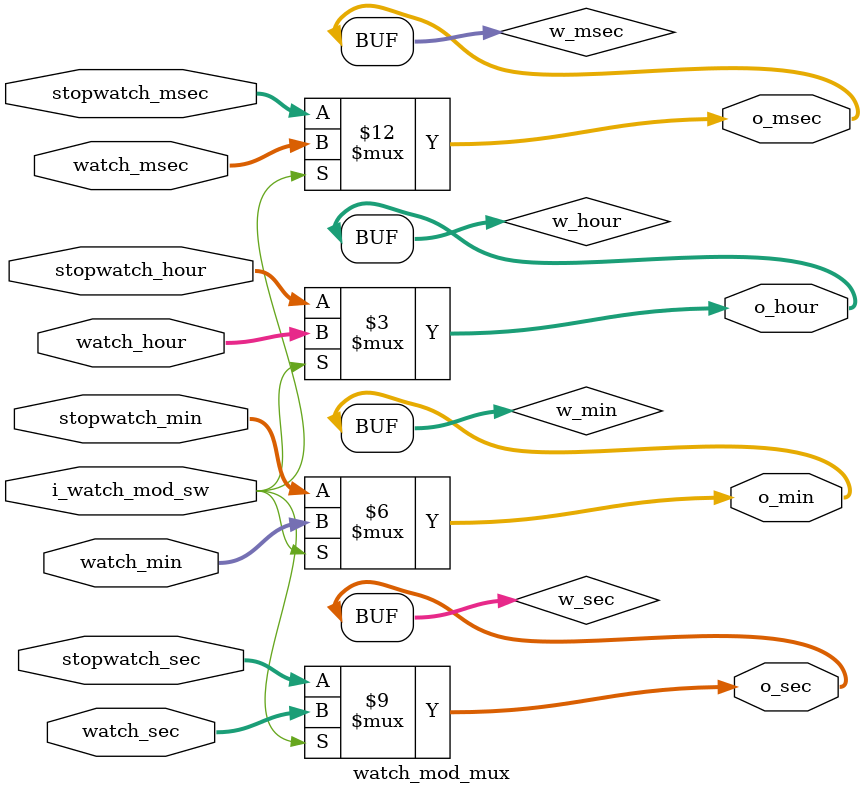
<source format=v>
`timescale 1ns / 1ps
module top_my_watch #(
    parameter COUNT_100HZ = 1_000_000,
    parameter MSEC_MAX = 100,
    parameter SEC_MAX = 60,
    parameter MIN_MAX = 60,
    parameter HOUR_MAX = 24
) (
    input clk,
    input reset,
    input hs_mod_sw,
    input watch_mod_sw,
    input btn_run_stop,
    input btn_clear,
    output [3:0] fnd_comm,
    output [7:0] fnd_font
);
    wire [$clog2(MSEC_MAX)-1:0] stopwatch_msec;
    wire [ $clog2(SEC_MAX)-1:0] stopwatch_sec;
    wire [ $clog2(MIN_MAX)-1:0] stopwatch_min;
    wire [$clog2(HOUR_MAX)-1:0] stopwatch_hour;
    stopwatch #(
        .COUNT_100HZ(COUNT_100HZ),
        .MSEC_MAX(MSEC_MAX),
        .SEC_MAX(SEC_MAX),
        .MIN_MAX(MIN_MAX),
        .HOUR_MAX(HOUR_MAX)
    ) U_Stopwatch (
        .clk(clk),
        .reset(reset),
        .hs_mod_sw(hs_mod_sw),
        .btn_run_stop(btn_run_stop),
        .btn_clear(btn_clear),
        .w_msec(stopwatch_msec),
        .w_sec(stopwatch_sec),
        .w_min(stopwatch_min),
        .w_hour(stopwatch_hour)
    );

    wire [$clog2(MSEC_MAX)-1:0] w_msec;
    wire [ $clog2(SEC_MAX)-1:0] w_sec;
    wire [ $clog2(MIN_MAX)-1:0] w_min;
    wire [$clog2(HOUR_MAX)-1:0] w_hour;
    
    watch_mod_mux #(
        .COUNT_100HZ(COUNT_100HZ),
        .MSEC_MAX(MSEC_MAX),
        .SEC_MAX(SEC_MAX),
        .MIN_MAX(MIN_MAX),
        .HOUR_MAX(HOUR_MAX)
    ) U_W_Mod_Mux (
        .i_watch_mod_sw(watch_mod_sw),
        .stopwatch_msec(stopwatch_msec),
        .stopwatch_sec(stopwatch_sec),
        .stopwatch_min(stopwatch_min),
        .stopwatch_hour(stopwatch_hour),
        .watch_msec(),
        .watch_sec(),
        .watch_min(),
        .watch_hour(),
        .o_msec(w_msec),
        .o_sec(w_sec),
        .o_min(w_min),
        .o_hour(w_hour)
    );

    fnd_controller #(
        .MSEC_MAX(MSEC_MAX),
        .SEC_MAX(SEC_MAX),
        .MIN_MAX(MIN_MAX),
        .HOUR_MAX(HOUR_MAX),
        .COUNT_100HZ(COUNT_100HZ)
    ) U_fnd_cntl (
        .clk(clk),
        .reset(reset),
        .hs_mod_sw(hs_mod_sw),
        .msec(w_msec),
        .sec(w_sec),
        .min(w_min),
        .hour(w_hour),
        .fnd_font(fnd_font),
        .fnd_comm(fnd_comm)
    );

endmodule

module watch_mod_mux #(
    parameter COUNT_100HZ = 1_000_000,
    parameter MSEC_MAX = 100,
    parameter SEC_MAX = 60,
    parameter MIN_MAX = 60,
    parameter HOUR_MAX = 24
) (
    input i_watch_mod_sw,

    input [$clog2(MSEC_MAX)-1:0] stopwatch_msec,
    input [ $clog2(SEC_MAX)-1:0] stopwatch_sec,
    input [ $clog2(MIN_MAX)-1:0] stopwatch_min,
    input [$clog2(HOUR_MAX)-1:0] stopwatch_hour,

    input [$clog2(MSEC_MAX)-1:0] watch_msec,
    input [ $clog2(SEC_MAX)-1:0] watch_sec,
    input [ $clog2(MIN_MAX)-1:0] watch_min,
    input [$clog2(HOUR_MAX)-1:0] watch_hour,

    output [$clog2(MSEC_MAX)-1:0] o_msec,
    output [ $clog2(SEC_MAX)-1:0] o_sec,
    output [ $clog2(MIN_MAX)-1:0] o_min,
    output [$clog2(HOUR_MAX)-1:0] o_hour
);

    reg [$clog2(MSEC_MAX)-1:0] w_msec;
    reg [ $clog2(SEC_MAX)-1:0] w_sec;
    reg [ $clog2(MIN_MAX)-1:0] w_min;
    reg [$clog2(HOUR_MAX)-1:0] w_hour;
    always @(*) begin
        if (i_watch_mod_sw) begin
            w_msec = watch_msec;
            w_sec  = watch_sec;
            w_min  = watch_min;
            w_hour = watch_hour;
        end else begin
            w_msec = stopwatch_msec;
            w_sec  = stopwatch_sec;
            w_min  = stopwatch_min;
            w_hour = stopwatch_hour;
        end
    end

    assign o_msec = w_msec;
    assign o_sec  = w_sec;
    assign o_min  = w_min;
    assign o_hour = w_hour;

endmodule

</source>
